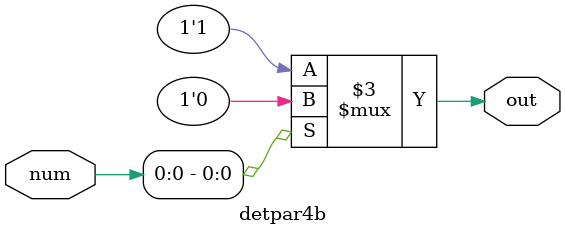
<source format=v>
/*
 * Antonio Aguilar
 * Detector paridad 4 bits
*/

module detpar4b(input [3:0] num, output reg out);
//	always @(num)
//	begin
//		if (num[0] == 1)
//			out = 0;
//		else
//			out = 1;
//	end

	always @(num)
	begin
		casez(num)
			4'b???1:
				out = 0;
			default:
				out = 1;
		endcase
	end
endmodule

</source>
